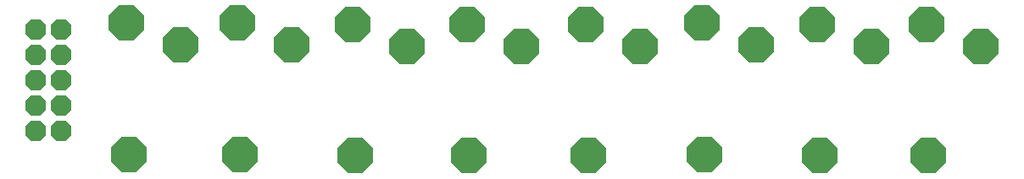
<source format=gts>
G75*
%MOIN*%
%OFA0B0*%
%FSLAX25Y25*%
%IPPOS*%
%LPD*%
%AMOC8*
5,1,8,0,0,1.08239X$1,22.5*
%
%ADD10OC8,0.08200*%
%ADD11OC8,0.13855*%
D10*
X0082270Y0034793D03*
X0092270Y0034793D03*
X0092270Y0044793D03*
X0082270Y0044793D03*
X0082270Y0054793D03*
X0092270Y0054793D03*
X0092270Y0064793D03*
X0082270Y0064793D03*
X0082270Y0074793D03*
X0092270Y0074793D03*
D11*
X0118766Y0025266D03*
X0162467Y0025266D03*
X0207743Y0024872D03*
X0252625Y0024872D03*
X0299475Y0024872D03*
X0345144Y0025266D03*
X0390420Y0024872D03*
X0433333Y0024872D03*
X0453806Y0068179D03*
X0432546Y0076841D03*
X0410892Y0068179D03*
X0389633Y0076841D03*
X0365617Y0068573D03*
X0344357Y0077234D03*
X0319948Y0068179D03*
X0298688Y0076841D03*
X0273097Y0068179D03*
X0251837Y0076841D03*
X0228215Y0068179D03*
X0206955Y0076841D03*
X0182940Y0068573D03*
X0161680Y0077234D03*
X0139239Y0068573D03*
X0117979Y0077234D03*
M02*

</source>
